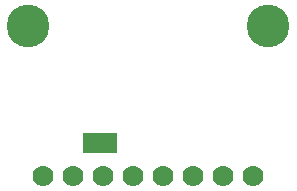
<source format=gbr>
G04 EAGLE Gerber RS-274X export*
G75*
%MOMM*%
%FSLAX34Y34*%
%LPD*%
%INSoldermask Bottom*%
%IPPOS*%
%AMOC8*
5,1,8,0,0,1.08239X$1,22.5*%
G01*
%ADD10C,3.617600*%
%ADD11R,2.921000X1.651000*%
%ADD12C,1.778000*%


D10*
X25400Y152400D03*
X228600Y152400D03*
D11*
X86360Y53340D03*
D12*
X38100Y25400D03*
X63500Y25400D03*
X88900Y25400D03*
X114300Y25400D03*
X139700Y25400D03*
X165100Y25400D03*
X190500Y25400D03*
X215900Y25400D03*
M02*

</source>
